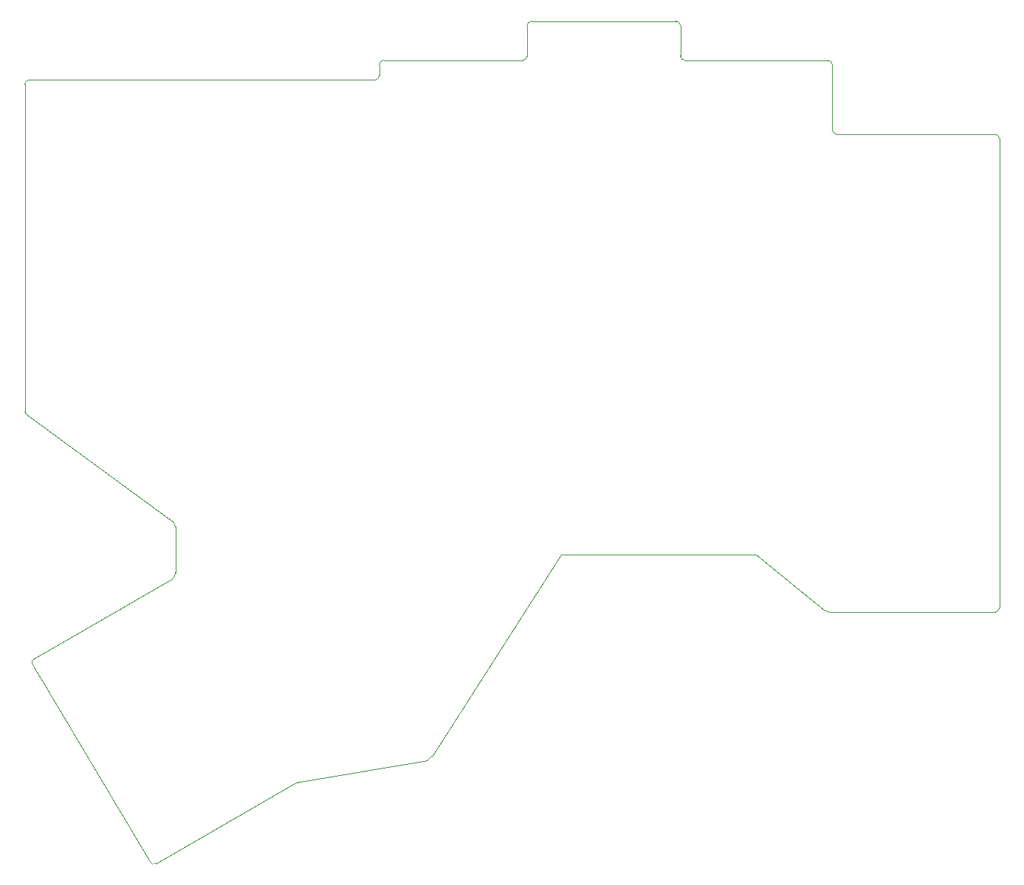
<source format=gm1>
%TF.GenerationSoftware,KiCad,Pcbnew,7.0.5-0*%
%TF.CreationDate,2023-08-21T14:14:50+01:00*%
%TF.ProjectId,draenog-34,64726165-6e6f-4672-9d33-342e6b696361,rev?*%
%TF.SameCoordinates,Original*%
%TF.FileFunction,Profile,NP*%
%FSLAX46Y46*%
G04 Gerber Fmt 4.6, Leading zero omitted, Abs format (unit mm)*
G04 Created by KiCad (PCBNEW 7.0.5-0) date 2023-08-21 14:14:50*
%MOMM*%
%LPD*%
G01*
G04 APERTURE LIST*
%TA.AperFunction,Profile*%
%ADD10C,0.100000*%
%TD*%
G04 APERTURE END LIST*
D10*
X180576666Y-85627140D02*
G75*
G03*
X181122300Y-85848875I570156J620809D01*
G01*
X135058054Y-102900643D02*
G75*
G03*
X135558054Y-102400643I-683011J1183011D01*
G01*
X200158713Y-85846977D02*
G75*
G03*
X200658713Y-85346977I-1J500001D01*
G01*
X103234944Y-114473353D02*
G75*
G03*
X103903526Y-114703566I449398J219186D01*
G01*
X89970578Y-91183123D02*
G75*
G03*
X89787566Y-91866134I250000J-433012D01*
G01*
X106173656Y-81325209D02*
X106172694Y-76042452D01*
X105758833Y-82027502D02*
G75*
G03*
X106173655Y-81325209I-347920J679163D01*
G01*
X106172694Y-76042452D02*
G75*
G03*
X105963566Y-75542452I-702286J-1D01*
G01*
X88897703Y-62847224D02*
G75*
G03*
X89091133Y-63153792I774133J274135D01*
G01*
X89408000Y-24749140D02*
G75*
G03*
X88896891Y-25249139I-10988J-500000D01*
G01*
X129040659Y-24748016D02*
G75*
G03*
X129540659Y-24248016I-1J500001D01*
G01*
X130039528Y-22498924D02*
G75*
G03*
X129539528Y-22998924I1J-500001D01*
G01*
X145999594Y-22499594D02*
G75*
G03*
X146499594Y-21999594I-1J500001D01*
G01*
X146998929Y-17998929D02*
G75*
G03*
X146498929Y-18498929I1J-500001D01*
G01*
X164083524Y-21994902D02*
X164082970Y-18495721D01*
X164083524Y-21994902D02*
G75*
G03*
X164583524Y-22494902I500001J1D01*
G01*
X181499458Y-30477449D02*
G75*
G03*
X181999458Y-30977449I500001J1D01*
G01*
X164082970Y-18495721D02*
G75*
G03*
X163582970Y-17995721I-500001J-1D01*
G01*
X181505137Y-23001285D02*
G75*
G03*
X181005137Y-22501285I-500001J-1D01*
G01*
X200658030Y-31484188D02*
G75*
G03*
X200158030Y-30984188I-500001J-1D01*
G01*
X146998929Y-17998929D02*
X163582970Y-17995721D01*
X200158713Y-85846977D02*
X181122300Y-85848876D01*
X172720000Y-79248000D02*
X150368000Y-79248000D01*
X180576665Y-85627141D02*
X172720000Y-79248000D01*
X135058054Y-102900643D02*
X120015000Y-105410000D01*
X150368000Y-79248000D02*
X135558054Y-102400643D01*
X103903526Y-114703566D02*
X120015000Y-105410000D01*
X89787565Y-91866134D02*
X103234945Y-114473353D01*
X105758834Y-82027503D02*
X89970577Y-91183121D01*
X181999458Y-30977449D02*
X200158030Y-30984188D01*
X89408000Y-24749139D02*
X129032000Y-24750000D01*
X130048000Y-22500000D02*
X145999594Y-22499594D01*
X146499594Y-21999594D02*
X146498929Y-18498929D01*
X200658030Y-31484188D02*
X200658713Y-85346977D01*
X129540659Y-24248016D02*
X129539528Y-22998924D01*
X105963566Y-75542452D02*
X89091133Y-63153792D01*
X181505137Y-23001285D02*
X181499458Y-30477449D01*
X164592000Y-22498447D02*
X181005137Y-22501285D01*
X88897701Y-62847223D02*
X88897011Y-25249139D01*
M02*

</source>
